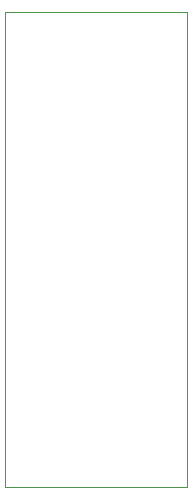
<source format=gbr>
%TF.GenerationSoftware,KiCad,Pcbnew,9.0.2+dfsg-1*%
%TF.CreationDate,2025-10-31T17:19:16+01:00*%
%TF.ProjectId,attiny,61747469-6e79-42e6-9b69-6361645f7063,rev?*%
%TF.SameCoordinates,Original*%
%TF.FileFunction,Profile,NP*%
%FSLAX46Y46*%
G04 Gerber Fmt 4.6, Leading zero omitted, Abs format (unit mm)*
G04 Created by KiCad (PCBNEW 9.0.2+dfsg-1) date 2025-10-31 17:19:16*
%MOMM*%
%LPD*%
G01*
G04 APERTURE LIST*
%TA.AperFunction,Profile*%
%ADD10C,0.050000*%
%TD*%
G04 APERTURE END LIST*
D10*
X144600000Y-48400000D02*
X160000000Y-48400000D01*
X160000000Y-88600000D01*
X144600000Y-88600000D01*
X144600000Y-48400000D01*
M02*

</source>
